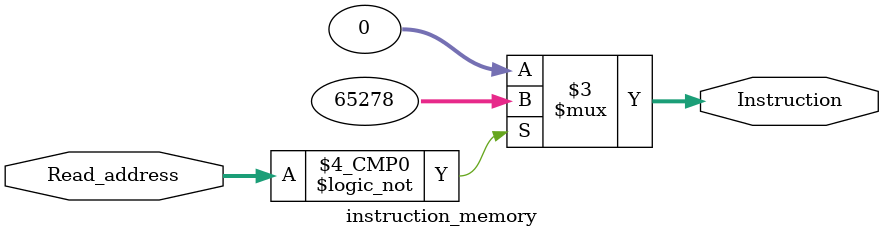
<source format=sv>
module instruction_memory #(parameter BIT_WIDTH=32,parameter REG_BIT_WIDTH=5) (
    input [REG_BIT_WIDTH-1:0] Read_address,
    output logic [BIT_WIDTH-1:0] Instruction
);

always_comb begin
    case (Read_address)
     0: Instruction <= 32'HFEFE;
     default: Instruction <= 0;
    endcase
end


endmodule
</source>
